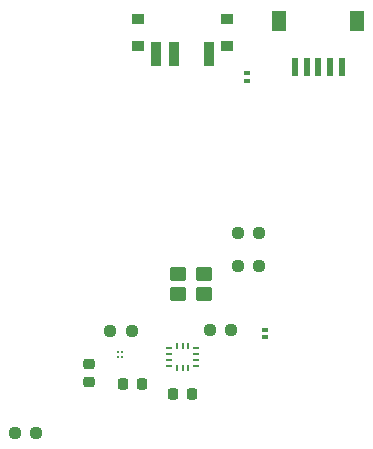
<source format=gtp>
G04 #@! TF.GenerationSoftware,KiCad,Pcbnew,9.0.2*
G04 #@! TF.CreationDate,2025-06-20T18:51:20-07:00*
G04 #@! TF.ProjectId,slime_tracker,736c696d-655f-4747-9261-636b65722e6b,rev?*
G04 #@! TF.SameCoordinates,Original*
G04 #@! TF.FileFunction,Paste,Top*
G04 #@! TF.FilePolarity,Positive*
%FSLAX46Y46*%
G04 Gerber Fmt 4.6, Leading zero omitted, Abs format (unit mm)*
G04 Created by KiCad (PCBNEW 9.0.2) date 2025-06-20 18:51:20*
%MOMM*%
%LPD*%
G01*
G04 APERTURE LIST*
G04 Aperture macros list*
%AMRoundRect*
0 Rectangle with rounded corners*
0 $1 Rounding radius*
0 $2 $3 $4 $5 $6 $7 $8 $9 X,Y pos of 4 corners*
0 Add a 4 corners polygon primitive as box body*
4,1,4,$2,$3,$4,$5,$6,$7,$8,$9,$2,$3,0*
0 Add four circle primitives for the rounded corners*
1,1,$1+$1,$2,$3*
1,1,$1+$1,$4,$5*
1,1,$1+$1,$6,$7*
1,1,$1+$1,$8,$9*
0 Add four rect primitives between the rounded corners*
20,1,$1+$1,$2,$3,$4,$5,0*
20,1,$1+$1,$4,$5,$6,$7,0*
20,1,$1+$1,$6,$7,$8,$9,0*
20,1,$1+$1,$8,$9,$2,$3,0*%
G04 Aperture macros list end*
%ADD10RoundRect,0.250000X0.450000X0.350000X-0.450000X0.350000X-0.450000X-0.350000X0.450000X-0.350000X0*%
%ADD11RoundRect,0.237500X0.250000X0.237500X-0.250000X0.237500X-0.250000X-0.237500X0.250000X-0.237500X0*%
%ADD12RoundRect,0.237500X-0.250000X-0.237500X0.250000X-0.237500X0.250000X0.237500X-0.250000X0.237500X0*%
%ADD13R,1.100000X0.930000*%
%ADD14R,0.900000X2.000000*%
%ADD15R,0.250000X0.475000*%
%ADD16R,0.475000X0.250000*%
%ADD17RoundRect,0.225000X0.225000X0.250000X-0.225000X0.250000X-0.225000X-0.250000X0.225000X-0.250000X0*%
%ADD18RoundRect,0.225000X-0.250000X0.225000X-0.250000X-0.225000X0.250000X-0.225000X0.250000X0.225000X0*%
%ADD19C,0.250000*%
%ADD20R,0.600000X0.400000*%
%ADD21R,0.600000X1.550000*%
%ADD22R,1.200000X1.800000*%
G04 APERTURE END LIST*
D10*
X141800000Y-92450000D03*
X139600000Y-92450000D03*
X139600000Y-94150000D03*
X141800000Y-94150000D03*
D11*
X125787500Y-105900000D03*
X127612500Y-105900000D03*
D12*
X146500000Y-91750000D03*
X144675000Y-91750000D03*
X146500000Y-89000000D03*
X144675000Y-89000000D03*
D11*
X142287500Y-97200000D03*
X144112500Y-97200000D03*
D12*
X135725000Y-97300000D03*
X133900000Y-97300000D03*
D13*
X143800000Y-73140000D03*
X143800000Y-70870000D03*
X136200000Y-70870000D03*
X136200000Y-73140000D03*
D14*
X137750000Y-73850000D03*
X139250000Y-73850000D03*
X142250000Y-73850000D03*
D15*
X139500000Y-98587500D03*
X140000000Y-98587500D03*
X140500000Y-98587500D03*
D16*
X141162500Y-98750000D03*
X141162500Y-99250000D03*
X141162500Y-99750000D03*
X141162500Y-100250000D03*
D15*
X140500000Y-100412500D03*
X140000000Y-100412500D03*
X139500000Y-100412500D03*
D16*
X138837500Y-100250000D03*
X138837500Y-99750000D03*
X138837500Y-99250000D03*
X138837500Y-98750000D03*
D17*
X135000000Y-101800000D03*
X136550000Y-101800000D03*
X139225000Y-102600000D03*
X140775000Y-102600000D03*
D18*
X132100000Y-101650000D03*
X132100000Y-100100000D03*
D19*
X134900000Y-99500000D03*
X134500000Y-99500000D03*
X134900000Y-99100000D03*
X134500000Y-99100000D03*
D20*
X147000000Y-97820000D03*
X147000000Y-97180000D03*
X145500000Y-76120000D03*
X145500000Y-75480000D03*
D21*
X153500000Y-74940000D03*
X152500000Y-74940000D03*
X151500000Y-74940000D03*
X150500000Y-74940000D03*
X149500000Y-74940000D03*
D22*
X154800000Y-71060000D03*
X148200000Y-71060000D03*
M02*

</source>
